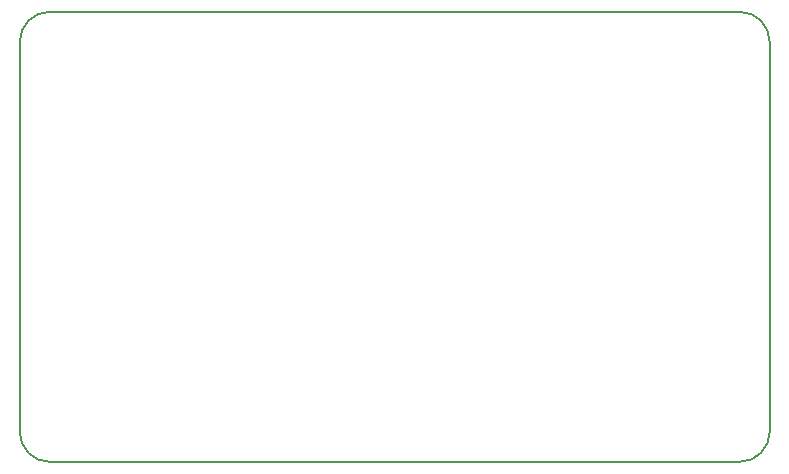
<source format=gbr>
G04 #@! TF.GenerationSoftware,KiCad,Pcbnew,(5.1.4)-1*
G04 #@! TF.CreationDate,2019-10-15T19:11:32-05:00*
G04 #@! TF.ProjectId,CCDBoard_Hardware,43434442-6f61-4726-945f-486172647761,rev?*
G04 #@! TF.SameCoordinates,Original*
G04 #@! TF.FileFunction,Profile,NP*
%FSLAX46Y46*%
G04 Gerber Fmt 4.6, Leading zero omitted, Abs format (unit mm)*
G04 Created by KiCad (PCBNEW (5.1.4)-1) date 2019-10-15 19:11:32*
%MOMM*%
%LPD*%
G04 APERTURE LIST*
%ADD10C,0.150000*%
G04 APERTURE END LIST*
D10*
X101600000Y-78740000D02*
X101600000Y-111760000D01*
X162560000Y-76200000D02*
X104140000Y-76200000D01*
X165100000Y-111760000D02*
X165100000Y-78740000D01*
X104140000Y-114300000D02*
X162560000Y-114300000D01*
X101600000Y-78740000D02*
G75*
G02X104140000Y-76200000I2540000J0D01*
G01*
X162560000Y-76200000D02*
G75*
G02X165100000Y-78740000I0J-2540000D01*
G01*
X165100000Y-111760000D02*
G75*
G02X162560000Y-114300000I-2540000J0D01*
G01*
X104140000Y-114300000D02*
G75*
G02X101600000Y-111760000I0J2540000D01*
G01*
M02*

</source>
